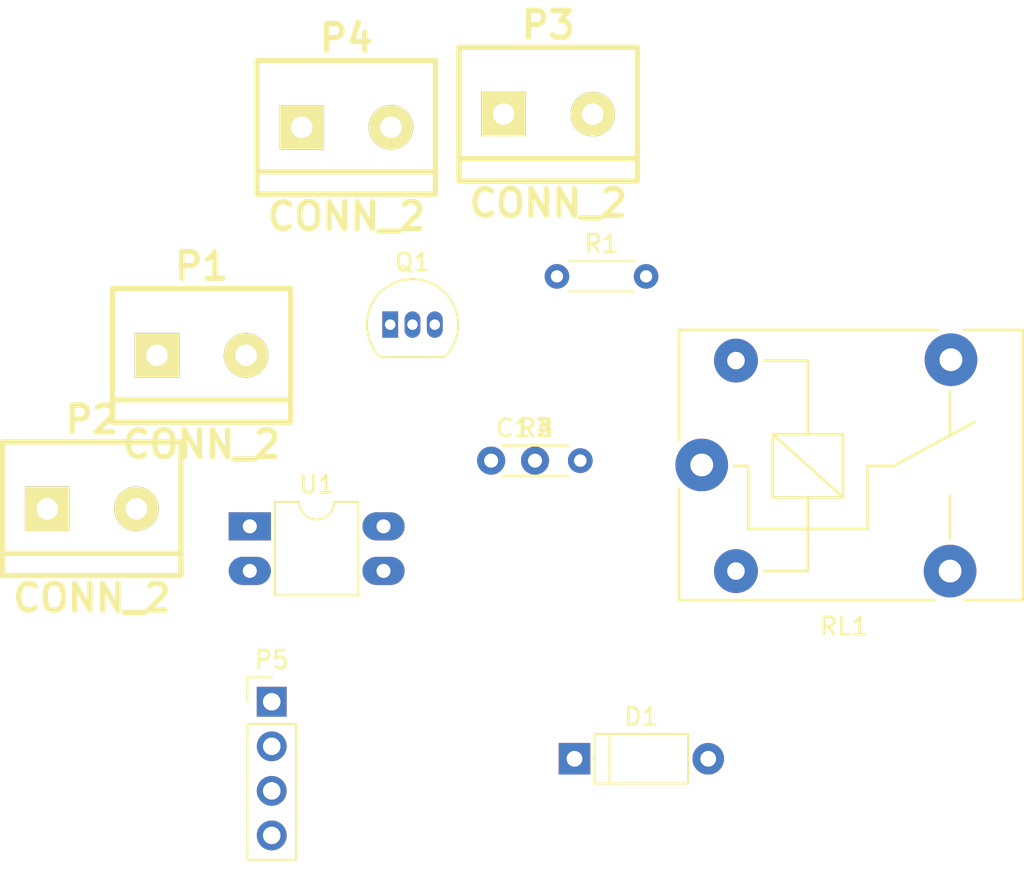
<source format=kicad_pcb>
(kicad_pcb (version 4) (host pcbnew 4.0.5-e0-6337~49~ubuntu16.04.1)

  (general
    (links 18)
    (no_connects 16)
    (area 0 0 0 0)
    (thickness 1.6)
    (drawings 0)
    (tracks 0)
    (zones 0)
    (modules 14)
    (nets 11)
  )

  (page A4)
  (layers
    (0 F.Cu signal)
    (31 B.Cu signal)
    (32 B.Adhes user)
    (33 F.Adhes user)
    (34 B.Paste user)
    (35 F.Paste user)
    (36 B.SilkS user)
    (37 F.SilkS user)
    (38 B.Mask user)
    (39 F.Mask user)
    (40 Dwgs.User user)
    (41 Cmts.User user)
    (42 Eco1.User user)
    (43 Eco2.User user)
    (44 Edge.Cuts user)
    (45 Margin user)
    (46 B.CrtYd user)
    (47 F.CrtYd user)
    (48 B.Fab user)
    (49 F.Fab user)
  )

  (setup
    (last_trace_width 0.25)
    (trace_clearance 0.2)
    (zone_clearance 0.508)
    (zone_45_only no)
    (trace_min 0.2)
    (segment_width 0.2)
    (edge_width 0.15)
    (via_size 0.6)
    (via_drill 0.4)
    (via_min_size 0.4)
    (via_min_drill 0.3)
    (uvia_size 0.3)
    (uvia_drill 0.1)
    (uvias_allowed no)
    (uvia_min_size 0.2)
    (uvia_min_drill 0.1)
    (pcb_text_width 0.3)
    (pcb_text_size 1.5 1.5)
    (mod_edge_width 0.15)
    (mod_text_size 1 1)
    (mod_text_width 0.15)
    (pad_size 1.524 1.524)
    (pad_drill 0.762)
    (pad_to_mask_clearance 0.2)
    (aux_axis_origin 0 0)
    (visible_elements FFFFFF7F)
    (pcbplotparams
      (layerselection 0x00030_80000001)
      (usegerberextensions false)
      (excludeedgelayer true)
      (linewidth 0.100000)
      (plotframeref false)
      (viasonmask false)
      (mode 1)
      (useauxorigin false)
      (hpglpennumber 1)
      (hpglpenspeed 20)
      (hpglpendiameter 15)
      (hpglpenoverlay 2)
      (psnegative false)
      (psa4output false)
      (plotreference true)
      (plotvalue true)
      (plotinvisibletext false)
      (padsonsilk false)
      (subtractmaskfromsilk false)
      (outputformat 1)
      (mirror false)
      (drillshape 1)
      (scaleselection 1)
      (outputdirectory ""))
  )

  (net 0 "")
  (net 1 "Net-(C1-Pad1)")
  (net 2 GND)
  (net 3 +9V)
  (net 4 "Net-(D1-Pad2)")
  (net 5 B0)
  (net 6 "Net-(P4-Pad1)")
  (net 7 "Net-(P4-Pad2)")
  (net 8 opt1)
  (net 9 opt2)
  (net 10 "Net-(R3-Pad1)")

  (net_class Default "This is the default net class."
    (clearance 0.2)
    (trace_width 0.25)
    (via_dia 0.6)
    (via_drill 0.4)
    (uvia_dia 0.3)
    (uvia_drill 0.1)
    (add_net +9V)
    (add_net B0)
    (add_net GND)
    (add_net "Net-(C1-Pad1)")
    (add_net "Net-(D1-Pad2)")
    (add_net "Net-(P4-Pad1)")
    (add_net "Net-(P4-Pad2)")
    (add_net "Net-(R3-Pad1)")
    (add_net opt1)
    (add_net opt2)
  )

  (module Capacitors_ThroughHole:C_Disc_D3.0mm_W1.6mm_P2.50mm (layer F.Cu) (tedit 58765D06) (tstamp 5886EE1E)
    (at 148.5011 105.0036)
    (descr "C, Disc series, Radial, pin pitch=2.50mm, , diameter*width=3.0*1.6mm^2, Capacitor, http://www.vishay.com/docs/45233/krseries.pdf")
    (tags "C Disc series Radial pin pitch 2.50mm  diameter 3.0mm width 1.6mm Capacitor")
    (path /58863D2A)
    (fp_text reference C1 (at 1.25 -1.86) (layer F.SilkS)
      (effects (font (size 1 1) (thickness 0.15)))
    )
    (fp_text value 100nF (at 1.25 1.86) (layer F.Fab)
      (effects (font (size 1 1) (thickness 0.15)))
    )
    (fp_line (start -0.25 -0.8) (end -0.25 0.8) (layer F.Fab) (width 0.1))
    (fp_line (start -0.25 0.8) (end 2.75 0.8) (layer F.Fab) (width 0.1))
    (fp_line (start 2.75 0.8) (end 2.75 -0.8) (layer F.Fab) (width 0.1))
    (fp_line (start 2.75 -0.8) (end -0.25 -0.8) (layer F.Fab) (width 0.1))
    (fp_line (start 0.663 -0.861) (end 1.837 -0.861) (layer F.SilkS) (width 0.12))
    (fp_line (start 0.663 0.861) (end 1.837 0.861) (layer F.SilkS) (width 0.12))
    (fp_line (start -1.05 -1.15) (end -1.05 1.15) (layer F.CrtYd) (width 0.05))
    (fp_line (start -1.05 1.15) (end 3.55 1.15) (layer F.CrtYd) (width 0.05))
    (fp_line (start 3.55 1.15) (end 3.55 -1.15) (layer F.CrtYd) (width 0.05))
    (fp_line (start 3.55 -1.15) (end -1.05 -1.15) (layer F.CrtYd) (width 0.05))
    (pad 1 thru_hole circle (at 0 0) (size 1.6 1.6) (drill 0.8) (layers *.Cu *.Mask)
      (net 1 "Net-(C1-Pad1)"))
    (pad 2 thru_hole circle (at 2.5 0) (size 1.6 1.6) (drill 0.8) (layers *.Cu *.Mask)
      (net 2 GND))
    (model Capacitors_ThroughHole.3dshapes/C_Disc_D3.0mm_W1.6mm_P2.50mm.wrl
      (at (xyz 0 0 0))
      (scale (xyz 0.393701 0.393701 0.393701))
      (rotate (xyz 0 0 0))
    )
  )

  (module Diodes_THT:D_A-405_P7.62mm_Horizontal (layer F.Cu) (tedit 5877C982) (tstamp 5886EE24)
    (at 153.25 122)
    (descr "D, A-405 series, Axial, Horizontal, pin pitch=7.62mm, , length*diameter=5.2*2.7mm^2, , http://www.diodes.com/_files/packages/A-405.pdf")
    (tags "D A-405 series Axial Horizontal pin pitch 7.62mm  length 5.2mm diameter 2.7mm")
    (path /588230CC)
    (fp_text reference D1 (at 3.81 -2.41) (layer F.SilkS)
      (effects (font (size 1 1) (thickness 0.15)))
    )
    (fp_text value 1N60 (at 3.81 2.41) (layer F.Fab)
      (effects (font (size 1 1) (thickness 0.15)))
    )
    (fp_line (start 1.21 -1.35) (end 1.21 1.35) (layer F.Fab) (width 0.1))
    (fp_line (start 1.21 1.35) (end 6.41 1.35) (layer F.Fab) (width 0.1))
    (fp_line (start 6.41 1.35) (end 6.41 -1.35) (layer F.Fab) (width 0.1))
    (fp_line (start 6.41 -1.35) (end 1.21 -1.35) (layer F.Fab) (width 0.1))
    (fp_line (start 0 0) (end 1.21 0) (layer F.Fab) (width 0.1))
    (fp_line (start 7.62 0) (end 6.41 0) (layer F.Fab) (width 0.1))
    (fp_line (start 1.99 -1.35) (end 1.99 1.35) (layer F.Fab) (width 0.1))
    (fp_line (start 1.15 -1.41) (end 1.15 1.41) (layer F.SilkS) (width 0.12))
    (fp_line (start 1.15 1.41) (end 6.47 1.41) (layer F.SilkS) (width 0.12))
    (fp_line (start 6.47 1.41) (end 6.47 -1.41) (layer F.SilkS) (width 0.12))
    (fp_line (start 6.47 -1.41) (end 1.15 -1.41) (layer F.SilkS) (width 0.12))
    (fp_line (start 1.08 0) (end 1.15 0) (layer F.SilkS) (width 0.12))
    (fp_line (start 6.54 0) (end 6.47 0) (layer F.SilkS) (width 0.12))
    (fp_line (start 1.99 -1.41) (end 1.99 1.41) (layer F.SilkS) (width 0.12))
    (fp_line (start -1.15 -1.7) (end -1.15 1.7) (layer F.CrtYd) (width 0.05))
    (fp_line (start -1.15 1.7) (end 8.8 1.7) (layer F.CrtYd) (width 0.05))
    (fp_line (start 8.8 1.7) (end 8.8 -1.7) (layer F.CrtYd) (width 0.05))
    (fp_line (start 8.8 -1.7) (end -1.15 -1.7) (layer F.CrtYd) (width 0.05))
    (pad 1 thru_hole rect (at 0 0) (size 1.8 1.8) (drill 0.9) (layers *.Cu *.Mask)
      (net 3 +9V))
    (pad 2 thru_hole oval (at 7.62 0) (size 1.8 1.8) (drill 0.9) (layers *.Cu *.Mask)
      (net 4 "Net-(D1-Pad2)"))
    (model Diodes_ThroughHole.3dshapes/D_A-405_P7.62mm_Horizontal.wrl
      (at (xyz 0 0 0))
      (scale (xyz 0.393701 0.393701 0.393701))
      (rotate (xyz 0 0 0))
    )
  )

  (module borniers:bornier2_V (layer F.Cu) (tedit 49E32BBC) (tstamp 5886EE2A)
    (at 132 99)
    (descr "Bornier d'alimentation 2 pins")
    (tags DEV)
    (path /58823563)
    (fp_text reference P1 (at 0 -5.08) (layer F.SilkS)
      (effects (font (thickness 0.3048)))
    )
    (fp_text value CONN_2 (at 0 5.08) (layer F.SilkS)
      (effects (font (thickness 0.3048)))
    )
    (fp_line (start 5.08 2.54) (end -5.08 2.54) (layer F.SilkS) (width 0.3048))
    (fp_line (start 5.08 3.81) (end 5.08 -3.81) (layer F.SilkS) (width 0.3048))
    (fp_line (start 5.08 -3.81) (end -5.08 -3.81) (layer F.SilkS) (width 0.3048))
    (fp_line (start -5.08 -3.81) (end -5.08 3.81) (layer F.SilkS) (width 0.3048))
    (fp_line (start -5.08 3.81) (end 5.08 3.81) (layer F.SilkS) (width 0.3048))
    (pad 1 thru_hole rect (at -2.54 0) (size 2.54 2.54) (drill 1.22428) (layers *.Cu *.Mask F.SilkS)
      (net 5 B0))
    (pad 2 thru_hole circle (at 2.54 0) (size 2.54 2.54) (drill 1.22428) (layers *.Cu *.Mask F.SilkS))
    (model borniers/bornier_2.wrl
      (at (xyz 0 0 0))
      (scale (xyz 1 1 1))
      (rotate (xyz 0 0 0))
    )
  )

  (module borniers:bornier2_V (layer F.Cu) (tedit 49E32BBC) (tstamp 5886EE30)
    (at 125.75 107.75)
    (descr "Bornier d'alimentation 2 pins")
    (tags DEV)
    (path /5880FC0E)
    (fp_text reference P2 (at 0 -5.08) (layer F.SilkS)
      (effects (font (thickness 0.3048)))
    )
    (fp_text value CONN_2 (at 0 5.08) (layer F.SilkS)
      (effects (font (thickness 0.3048)))
    )
    (fp_line (start 5.08 2.54) (end -5.08 2.54) (layer F.SilkS) (width 0.3048))
    (fp_line (start 5.08 3.81) (end 5.08 -3.81) (layer F.SilkS) (width 0.3048))
    (fp_line (start 5.08 -3.81) (end -5.08 -3.81) (layer F.SilkS) (width 0.3048))
    (fp_line (start -5.08 -3.81) (end -5.08 3.81) (layer F.SilkS) (width 0.3048))
    (fp_line (start -5.08 3.81) (end 5.08 3.81) (layer F.SilkS) (width 0.3048))
    (pad 1 thru_hole rect (at -2.54 0) (size 2.54 2.54) (drill 1.22428) (layers *.Cu *.Mask F.SilkS)
      (net 5 B0))
    (pad 2 thru_hole circle (at 2.54 0) (size 2.54 2.54) (drill 1.22428) (layers *.Cu *.Mask F.SilkS))
    (model borniers/bornier_2.wrl
      (at (xyz 0 0 0))
      (scale (xyz 1 1 1))
      (rotate (xyz 0 0 0))
    )
  )

  (module borniers:bornier2_V (layer F.Cu) (tedit 49E32BBC) (tstamp 5886EE36)
    (at 151.75 85.25)
    (descr "Bornier d'alimentation 2 pins")
    (tags DEV)
    (path /5880F739)
    (fp_text reference P3 (at 0 -5.08) (layer F.SilkS)
      (effects (font (thickness 0.3048)))
    )
    (fp_text value CONN_2 (at 0 5.08) (layer F.SilkS)
      (effects (font (thickness 0.3048)))
    )
    (fp_line (start 5.08 2.54) (end -5.08 2.54) (layer F.SilkS) (width 0.3048))
    (fp_line (start 5.08 3.81) (end 5.08 -3.81) (layer F.SilkS) (width 0.3048))
    (fp_line (start 5.08 -3.81) (end -5.08 -3.81) (layer F.SilkS) (width 0.3048))
    (fp_line (start -5.08 -3.81) (end -5.08 3.81) (layer F.SilkS) (width 0.3048))
    (fp_line (start -5.08 3.81) (end 5.08 3.81) (layer F.SilkS) (width 0.3048))
    (pad 1 thru_hole rect (at -2.54 0) (size 2.54 2.54) (drill 1.22428) (layers *.Cu *.Mask F.SilkS)
      (net 2 GND))
    (pad 2 thru_hole circle (at 2.54 0) (size 2.54 2.54) (drill 1.22428) (layers *.Cu *.Mask F.SilkS)
      (net 3 +9V))
    (model borniers/bornier_2.wrl
      (at (xyz 0 0 0))
      (scale (xyz 1 1 1))
      (rotate (xyz 0 0 0))
    )
  )

  (module borniers:bornier2_V (layer F.Cu) (tedit 49E32BBC) (tstamp 5886EE3C)
    (at 140.25 86)
    (descr "Bornier d'alimentation 2 pins")
    (tags DEV)
    (path /5880F5AA)
    (fp_text reference P4 (at 0 -5.08) (layer F.SilkS)
      (effects (font (thickness 0.3048)))
    )
    (fp_text value CONN_2 (at 0 5.08) (layer F.SilkS)
      (effects (font (thickness 0.3048)))
    )
    (fp_line (start 5.08 2.54) (end -5.08 2.54) (layer F.SilkS) (width 0.3048))
    (fp_line (start 5.08 3.81) (end 5.08 -3.81) (layer F.SilkS) (width 0.3048))
    (fp_line (start 5.08 -3.81) (end -5.08 -3.81) (layer F.SilkS) (width 0.3048))
    (fp_line (start -5.08 -3.81) (end -5.08 3.81) (layer F.SilkS) (width 0.3048))
    (fp_line (start -5.08 3.81) (end 5.08 3.81) (layer F.SilkS) (width 0.3048))
    (pad 1 thru_hole rect (at -2.54 0) (size 2.54 2.54) (drill 1.22428) (layers *.Cu *.Mask F.SilkS)
      (net 6 "Net-(P4-Pad1)"))
    (pad 2 thru_hole circle (at 2.54 0) (size 2.54 2.54) (drill 1.22428) (layers *.Cu *.Mask F.SilkS)
      (net 7 "Net-(P4-Pad2)"))
    (model borniers/bornier_2.wrl
      (at (xyz 0 0 0))
      (scale (xyz 1 1 1))
      (rotate (xyz 0 0 0))
    )
  )

  (module Pin_Headers:Pin_Header_Straight_1x04_Pitch2.54mm (layer F.Cu) (tedit 5862ED52) (tstamp 5886EE44)
    (at 136 118.75)
    (descr "Through hole straight pin header, 1x04, 2.54mm pitch, single row")
    (tags "Through hole pin header THT 1x04 2.54mm single row")
    (path /5886EE02)
    (fp_text reference P5 (at 0 -2.39) (layer F.SilkS)
      (effects (font (size 1 1) (thickness 0.15)))
    )
    (fp_text value CONN_4 (at 0 10.01) (layer F.Fab)
      (effects (font (size 1 1) (thickness 0.15)))
    )
    (fp_line (start -1.27 -1.27) (end -1.27 8.89) (layer F.Fab) (width 0.1))
    (fp_line (start -1.27 8.89) (end 1.27 8.89) (layer F.Fab) (width 0.1))
    (fp_line (start 1.27 8.89) (end 1.27 -1.27) (layer F.Fab) (width 0.1))
    (fp_line (start 1.27 -1.27) (end -1.27 -1.27) (layer F.Fab) (width 0.1))
    (fp_line (start -1.39 1.27) (end -1.39 9.01) (layer F.SilkS) (width 0.12))
    (fp_line (start -1.39 9.01) (end 1.39 9.01) (layer F.SilkS) (width 0.12))
    (fp_line (start 1.39 9.01) (end 1.39 1.27) (layer F.SilkS) (width 0.12))
    (fp_line (start 1.39 1.27) (end -1.39 1.27) (layer F.SilkS) (width 0.12))
    (fp_line (start -1.39 0) (end -1.39 -1.39) (layer F.SilkS) (width 0.12))
    (fp_line (start -1.39 -1.39) (end 0 -1.39) (layer F.SilkS) (width 0.12))
    (fp_line (start -1.6 -1.6) (end -1.6 9.2) (layer F.CrtYd) (width 0.05))
    (fp_line (start -1.6 9.2) (end 1.6 9.2) (layer F.CrtYd) (width 0.05))
    (fp_line (start 1.6 9.2) (end 1.6 -1.6) (layer F.CrtYd) (width 0.05))
    (fp_line (start 1.6 -1.6) (end -1.6 -1.6) (layer F.CrtYd) (width 0.05))
    (pad 1 thru_hole rect (at 0 0) (size 1.7 1.7) (drill 1) (layers *.Cu *.Mask)
      (net 3 +9V))
    (pad 2 thru_hole oval (at 0 2.54) (size 1.7 1.7) (drill 1) (layers *.Cu *.Mask)
      (net 8 opt1))
    (pad 3 thru_hole oval (at 0 5.08) (size 1.7 1.7) (drill 1) (layers *.Cu *.Mask)
      (net 9 opt2))
    (pad 4 thru_hole oval (at 0 7.62) (size 1.7 1.7) (drill 1) (layers *.Cu *.Mask))
    (model Pin_Headers.3dshapes/Pin_Header_Straight_1x04_Pitch2.54mm.wrl
      (at (xyz 0 -0.15 0))
      (scale (xyz 1 1 1))
      (rotate (xyz 0 0 90))
    )
  )

  (module TO_SOT_Packages_THT:TO-92_Inline_Narrow_Oval (layer F.Cu) (tedit 58610929) (tstamp 5886EE4B)
    (at 142.75 97.25)
    (descr "TO-92 leads in-line, narrow, oval pads, drill 0.6mm (see NXP sot054_po.pdf)")
    (tags "to-92 sc-43 sc-43a sot54 PA33 transistor")
    (path /5880E777)
    (fp_text reference Q1 (at 1.27 -3.556) (layer F.SilkS)
      (effects (font (size 1 1) (thickness 0.15)))
    )
    (fp_text value BD578 (at 1.27 2.794) (layer F.Fab)
      (effects (font (size 1 1) (thickness 0.15)))
    )
    (fp_line (start -1.65 -2.9) (end 4.15 -2.9) (layer F.CrtYd) (width 0.05))
    (fp_line (start 4.15 -2.9) (end 4.15 2.2) (layer F.CrtYd) (width 0.05))
    (fp_line (start 4.15 2.2) (end -1.65 2.2) (layer F.CrtYd) (width 0.05))
    (fp_line (start -1.65 2.2) (end -1.65 -2.9) (layer F.CrtYd) (width 0.05))
    (fp_line (start -0.53 1.85) (end 3.07 1.85) (layer F.SilkS) (width 0.12))
    (fp_line (start -0.5 1.75) (end 3 1.75) (layer F.Fab) (width 0.1))
    (fp_arc (start 1.27 0) (end 1.27 -2.48) (angle 135) (layer F.Fab) (width 0.1))
    (fp_arc (start 1.27 0) (end 1.27 -2.6) (angle -135) (layer F.SilkS) (width 0.12))
    (fp_arc (start 1.27 0) (end 1.27 -2.48) (angle -135) (layer F.Fab) (width 0.1))
    (fp_arc (start 1.27 0) (end 1.27 -2.6) (angle 135) (layer F.SilkS) (width 0.12))
    (pad 2 thru_hole oval (at 1.27 0 180) (size 0.89916 1.50114) (drill 0.6) (layers *.Cu *.Mask)
      (net 1 "Net-(C1-Pad1)"))
    (pad 3 thru_hole oval (at 2.54 0 180) (size 0.89916 1.50114) (drill 0.6) (layers *.Cu *.Mask)
      (net 4 "Net-(D1-Pad2)"))
    (pad 1 thru_hole rect (at 0 0 180) (size 0.89916 1.50114) (drill 0.6) (layers *.Cu *.Mask)
      (net 2 GND))
    (model TO_SOT_Packages_THT.3dshapes/TO-92_Inline_Narrow_Oval.wrl
      (at (xyz 0.05 0 0))
      (scale (xyz 1 1 1))
      (rotate (xyz 0 0 -90))
    )
  )

  (module Resistors_ThroughHole:R_Axial_DIN0204_L3.6mm_D1.6mm_P5.08mm_Horizontal (layer F.Cu) (tedit 5874F706) (tstamp 5886EE51)
    (at 152.25 94.5)
    (descr "Resistor, Axial_DIN0204 series, Axial, Horizontal, pin pitch=5.08mm, 0.16666666666666666W = 1/6W, length*diameter=3.6*1.6mm^2, http://cdn-reichelt.de/documents/datenblatt/B400/1_4W%23YAG.pdf")
    (tags "Resistor Axial_DIN0204 series Axial Horizontal pin pitch 5.08mm 0.16666666666666666W = 1/6W length 3.6mm diameter 1.6mm")
    (path /5885BB2E)
    (fp_text reference R1 (at 2.54 -1.86) (layer F.SilkS)
      (effects (font (size 1 1) (thickness 0.15)))
    )
    (fp_text value 10k (at 2.54 1.86) (layer F.Fab)
      (effects (font (size 1 1) (thickness 0.15)))
    )
    (fp_line (start 0.74 -0.8) (end 0.74 0.8) (layer F.Fab) (width 0.1))
    (fp_line (start 0.74 0.8) (end 4.34 0.8) (layer F.Fab) (width 0.1))
    (fp_line (start 4.34 0.8) (end 4.34 -0.8) (layer F.Fab) (width 0.1))
    (fp_line (start 4.34 -0.8) (end 0.74 -0.8) (layer F.Fab) (width 0.1))
    (fp_line (start 0 0) (end 0.74 0) (layer F.Fab) (width 0.1))
    (fp_line (start 5.08 0) (end 4.34 0) (layer F.Fab) (width 0.1))
    (fp_line (start 0.68 -0.86) (end 4.4 -0.86) (layer F.SilkS) (width 0.12))
    (fp_line (start 0.68 0.86) (end 4.4 0.86) (layer F.SilkS) (width 0.12))
    (fp_line (start -0.95 -1.15) (end -0.95 1.15) (layer F.CrtYd) (width 0.05))
    (fp_line (start -0.95 1.15) (end 6.05 1.15) (layer F.CrtYd) (width 0.05))
    (fp_line (start 6.05 1.15) (end 6.05 -1.15) (layer F.CrtYd) (width 0.05))
    (fp_line (start 6.05 -1.15) (end -0.95 -1.15) (layer F.CrtYd) (width 0.05))
    (pad 1 thru_hole circle (at 0 0) (size 1.4 1.4) (drill 0.7) (layers *.Cu *.Mask)
      (net 2 GND))
    (pad 2 thru_hole oval (at 5.08 0) (size 1.4 1.4) (drill 0.7) (layers *.Cu *.Mask)
      (net 9 opt2))
    (model Resistors_ThroughHole.3dshapes/R_Axial_DIN0204_L3.6mm_D1.6mm_P5.08mm_Horizontal.wrl
      (at (xyz 0 0 0))
      (scale (xyz 0.393701 0.393701 0.393701))
      (rotate (xyz 0 0 0))
    )
  )

  (module Resistors_ThroughHole:R_Axial_DIN0204_L3.6mm_D1.6mm_P5.08mm_Horizontal (layer F.Cu) (tedit 5874F706) (tstamp 5886EE57)
    (at 148.5011 105.0036)
    (descr "Resistor, Axial_DIN0204 series, Axial, Horizontal, pin pitch=5.08mm, 0.16666666666666666W = 1/6W, length*diameter=3.6*1.6mm^2, http://cdn-reichelt.de/documents/datenblatt/B400/1_4W%23YAG.pdf")
    (tags "Resistor Axial_DIN0204 series Axial Horizontal pin pitch 5.08mm 0.16666666666666666W = 1/6W length 3.6mm diameter 1.6mm")
    (path /5885BA2E)
    (fp_text reference R2 (at 2.54 -1.86) (layer F.SilkS)
      (effects (font (size 1 1) (thickness 0.15)))
    )
    (fp_text value 10k (at 2.54 1.86) (layer F.Fab)
      (effects (font (size 1 1) (thickness 0.15)))
    )
    (fp_line (start 0.74 -0.8) (end 0.74 0.8) (layer F.Fab) (width 0.1))
    (fp_line (start 0.74 0.8) (end 4.34 0.8) (layer F.Fab) (width 0.1))
    (fp_line (start 4.34 0.8) (end 4.34 -0.8) (layer F.Fab) (width 0.1))
    (fp_line (start 4.34 -0.8) (end 0.74 -0.8) (layer F.Fab) (width 0.1))
    (fp_line (start 0 0) (end 0.74 0) (layer F.Fab) (width 0.1))
    (fp_line (start 5.08 0) (end 4.34 0) (layer F.Fab) (width 0.1))
    (fp_line (start 0.68 -0.86) (end 4.4 -0.86) (layer F.SilkS) (width 0.12))
    (fp_line (start 0.68 0.86) (end 4.4 0.86) (layer F.SilkS) (width 0.12))
    (fp_line (start -0.95 -1.15) (end -0.95 1.15) (layer F.CrtYd) (width 0.05))
    (fp_line (start -0.95 1.15) (end 6.05 1.15) (layer F.CrtYd) (width 0.05))
    (fp_line (start 6.05 1.15) (end 6.05 -1.15) (layer F.CrtYd) (width 0.05))
    (fp_line (start 6.05 -1.15) (end -0.95 -1.15) (layer F.CrtYd) (width 0.05))
    (pad 1 thru_hole circle (at 0 0) (size 1.4 1.4) (drill 0.7) (layers *.Cu *.Mask)
      (net 2 GND))
    (pad 2 thru_hole oval (at 5.08 0) (size 1.4 1.4) (drill 0.7) (layers *.Cu *.Mask)
      (net 8 opt1))
    (model Resistors_ThroughHole.3dshapes/R_Axial_DIN0204_L3.6mm_D1.6mm_P5.08mm_Horizontal.wrl
      (at (xyz 0 0 0))
      (scale (xyz 0.393701 0.393701 0.393701))
      (rotate (xyz 0 0 0))
    )
  )

  (module Resistors_ThroughHole:R_Axial_DIN0204_L3.6mm_D1.6mm_P5.08mm_Horizontal (layer F.Cu) (tedit 5874F706) (tstamp 5886EE5D)
    (at 148.5011 105.0036)
    (descr "Resistor, Axial_DIN0204 series, Axial, Horizontal, pin pitch=5.08mm, 0.16666666666666666W = 1/6W, length*diameter=3.6*1.6mm^2, http://cdn-reichelt.de/documents/datenblatt/B400/1_4W%23YAG.pdf")
    (tags "Resistor Axial_DIN0204 series Axial Horizontal pin pitch 5.08mm 0.16666666666666666W = 1/6W length 3.6mm diameter 1.6mm")
    (path /5880F69B)
    (fp_text reference R3 (at 2.54 -1.86) (layer F.SilkS)
      (effects (font (size 1 1) (thickness 0.15)))
    )
    (fp_text value 330R (at 2.54 1.86) (layer F.Fab)
      (effects (font (size 1 1) (thickness 0.15)))
    )
    (fp_line (start 0.74 -0.8) (end 0.74 0.8) (layer F.Fab) (width 0.1))
    (fp_line (start 0.74 0.8) (end 4.34 0.8) (layer F.Fab) (width 0.1))
    (fp_line (start 4.34 0.8) (end 4.34 -0.8) (layer F.Fab) (width 0.1))
    (fp_line (start 4.34 -0.8) (end 0.74 -0.8) (layer F.Fab) (width 0.1))
    (fp_line (start 0 0) (end 0.74 0) (layer F.Fab) (width 0.1))
    (fp_line (start 5.08 0) (end 4.34 0) (layer F.Fab) (width 0.1))
    (fp_line (start 0.68 -0.86) (end 4.4 -0.86) (layer F.SilkS) (width 0.12))
    (fp_line (start 0.68 0.86) (end 4.4 0.86) (layer F.SilkS) (width 0.12))
    (fp_line (start -0.95 -1.15) (end -0.95 1.15) (layer F.CrtYd) (width 0.05))
    (fp_line (start -0.95 1.15) (end 6.05 1.15) (layer F.CrtYd) (width 0.05))
    (fp_line (start 6.05 1.15) (end 6.05 -1.15) (layer F.CrtYd) (width 0.05))
    (fp_line (start 6.05 -1.15) (end -0.95 -1.15) (layer F.CrtYd) (width 0.05))
    (pad 1 thru_hole circle (at 0 0) (size 1.4 1.4) (drill 0.7) (layers *.Cu *.Mask)
      (net 10 "Net-(R3-Pad1)"))
    (pad 2 thru_hole oval (at 5.08 0) (size 1.4 1.4) (drill 0.7) (layers *.Cu *.Mask)
      (net 6 "Net-(P4-Pad1)"))
    (model Resistors_ThroughHole.3dshapes/R_Axial_DIN0204_L3.6mm_D1.6mm_P5.08mm_Horizontal.wrl
      (at (xyz 0 0 0))
      (scale (xyz 0.393701 0.393701 0.393701))
      (rotate (xyz 0 0 0))
    )
  )

  (module Resistors_ThroughHole:R_Axial_DIN0204_L3.6mm_D1.6mm_P5.08mm_Horizontal (layer F.Cu) (tedit 5874F706) (tstamp 5886EE63)
    (at 148.5011 105.0036)
    (descr "Resistor, Axial_DIN0204 series, Axial, Horizontal, pin pitch=5.08mm, 0.16666666666666666W = 1/6W, length*diameter=3.6*1.6mm^2, http://cdn-reichelt.de/documents/datenblatt/B400/1_4W%23YAG.pdf")
    (tags "Resistor Axial_DIN0204 series Axial Horizontal pin pitch 5.08mm 0.16666666666666666W = 1/6W length 3.6mm diameter 1.6mm")
    (path /5880FA3D)
    (fp_text reference R4 (at 2.54 -1.86) (layer F.SilkS)
      (effects (font (size 1 1) (thickness 0.15)))
    )
    (fp_text value 6.8k (at 2.54 1.86) (layer F.Fab)
      (effects (font (size 1 1) (thickness 0.15)))
    )
    (fp_line (start 0.74 -0.8) (end 0.74 0.8) (layer F.Fab) (width 0.1))
    (fp_line (start 0.74 0.8) (end 4.34 0.8) (layer F.Fab) (width 0.1))
    (fp_line (start 4.34 0.8) (end 4.34 -0.8) (layer F.Fab) (width 0.1))
    (fp_line (start 4.34 -0.8) (end 0.74 -0.8) (layer F.Fab) (width 0.1))
    (fp_line (start 0 0) (end 0.74 0) (layer F.Fab) (width 0.1))
    (fp_line (start 5.08 0) (end 4.34 0) (layer F.Fab) (width 0.1))
    (fp_line (start 0.68 -0.86) (end 4.4 -0.86) (layer F.SilkS) (width 0.12))
    (fp_line (start 0.68 0.86) (end 4.4 0.86) (layer F.SilkS) (width 0.12))
    (fp_line (start -0.95 -1.15) (end -0.95 1.15) (layer F.CrtYd) (width 0.05))
    (fp_line (start -0.95 1.15) (end 6.05 1.15) (layer F.CrtYd) (width 0.05))
    (fp_line (start 6.05 1.15) (end 6.05 -1.15) (layer F.CrtYd) (width 0.05))
    (fp_line (start 6.05 -1.15) (end -0.95 -1.15) (layer F.CrtYd) (width 0.05))
    (pad 1 thru_hole circle (at 0 0) (size 1.4 1.4) (drill 0.7) (layers *.Cu *.Mask)
      (net 1 "Net-(C1-Pad1)"))
    (pad 2 thru_hole oval (at 5.08 0) (size 1.4 1.4) (drill 0.7) (layers *.Cu *.Mask)
      (net 8 opt1))
    (model Resistors_ThroughHole.3dshapes/R_Axial_DIN0204_L3.6mm_D1.6mm_P5.08mm_Horizontal.wrl
      (at (xyz 0 0 0))
      (scale (xyz 0.393701 0.393701 0.393701))
      (rotate (xyz 0 0 0))
    )
  )

  (module Relays_THT:Relay_SANYOU_SRD_Series_Form_C (layer F.Cu) (tedit 5418D3EA) (tstamp 5886EE6C)
    (at 160.5 105.25)
    (descr "relay, Sanyou SRD series Form C")
    (path /58822F34)
    (fp_text reference RL1 (at 8.1 9.2) (layer F.SilkS)
      (effects (font (size 1 1) (thickness 0.15)))
    )
    (fp_text value FINDER-36.11.4001 (at 8 -9.6) (layer F.Fab)
      (effects (font (size 1 1) (thickness 0.15)))
    )
    (fp_line (start 15 7.7) (end 18.3 7.7) (layer F.SilkS) (width 0.15))
    (fp_line (start 18.3 7.7) (end 18.3 -7.7) (layer F.SilkS) (width 0.15))
    (fp_line (start 18.3 -7.7) (end 14.95 -7.7) (layer F.SilkS) (width 0.15))
    (fp_line (start -1.3 1.35) (end -1.3 7.7) (layer F.SilkS) (width 0.15))
    (fp_line (start -1.3 7.7) (end 13.25 7.7) (layer F.SilkS) (width 0.15))
    (fp_line (start -1.3 -1.4) (end -1.3 -7.7) (layer F.SilkS) (width 0.15))
    (fp_line (start -1.3 -7.7) (end 13.45 -7.7) (layer F.SilkS) (width 0.15))
    (fp_line (start -1.3 -7.65) (end -1.3 -1.4) (layer F.SilkS) (width 0.15))
    (fp_line (start 14.15 4.2) (end 14.15 1.75) (layer F.SilkS) (width 0.15))
    (fp_line (start 14.15 -4.2) (end 14.15 -1.7) (layer F.SilkS) (width 0.15))
    (fp_line (start 3.55 6.05) (end 6.05 6.05) (layer F.SilkS) (width 0.15))
    (fp_line (start 2.65 0.05) (end 1.85 0.05) (layer F.SilkS) (width 0.15))
    (fp_line (start 6.05 -5.95) (end 3.55 -5.95) (layer F.SilkS) (width 0.15))
    (fp_line (start 9.45 0.05) (end 10.95 0.05) (layer F.SilkS) (width 0.15))
    (fp_line (start 10.95 0.05) (end 15.55 -2.45) (layer F.SilkS) (width 0.15))
    (fp_line (start 9.45 3.65) (end 2.65 3.65) (layer F.SilkS) (width 0.15))
    (fp_line (start 9.45 0.05) (end 9.45 3.65) (layer F.SilkS) (width 0.15))
    (fp_line (start 2.65 0.05) (end 2.65 3.65) (layer F.SilkS) (width 0.15))
    (fp_line (start 6.05 -5.95) (end 6.05 -1.75) (layer F.SilkS) (width 0.15))
    (fp_line (start 6.05 1.85) (end 6.05 6.05) (layer F.SilkS) (width 0.15))
    (fp_line (start 8.05 1.85) (end 4.05 -1.75) (layer F.SilkS) (width 0.15))
    (fp_line (start 4.05 1.85) (end 4.05 -1.75) (layer F.SilkS) (width 0.15))
    (fp_line (start 4.05 -1.75) (end 8.05 -1.75) (layer F.SilkS) (width 0.15))
    (fp_line (start 8.05 -1.75) (end 8.05 1.85) (layer F.SilkS) (width 0.15))
    (fp_line (start 8.05 1.85) (end 4.05 1.85) (layer F.SilkS) (width 0.15))
    (pad 2 thru_hole circle (at 1.95 6.05 90) (size 2.5 2.5) (drill 1) (layers *.Cu *.Mask))
    (pad 3 thru_hole circle (at 14.15 6.05 90) (size 3 3) (drill 1.3) (layers *.Cu *.Mask))
    (pad 4 thru_hole circle (at 14.2 -6 90) (size 3 3) (drill 1.3) (layers *.Cu *.Mask))
    (pad 5 thru_hole circle (at 1.95 -5.95 90) (size 2.5 2.5) (drill 1) (layers *.Cu *.Mask))
    (pad 1 thru_hole circle (at 0 0 90) (size 3 3) (drill 1.3) (layers *.Cu *.Mask))
    (model Relays_ThroughHole.3dshapes/Relay_SANYOU_SRD_Series_Form_C.wrl
      (at (xyz 0 0 0))
      (scale (xyz 1 1 1))
      (rotate (xyz 0 0 0))
    )
  )

  (module Housings_DIP:DIP-4_W7.62mm_LongPads (layer F.Cu) (tedit 586281B4) (tstamp 5886EE74)
    (at 134.75 108.75)
    (descr "4-lead dip package, row spacing 7.62 mm (300 mils), LongPads")
    (tags "DIL DIP PDIP 2.54mm 7.62mm 300mil LongPads")
    (path /5880F4B2)
    (fp_text reference U1 (at 3.81 -2.39) (layer F.SilkS)
      (effects (font (size 1 1) (thickness 0.15)))
    )
    (fp_text value PC817 (at 3.81 4.93) (layer F.Fab)
      (effects (font (size 1 1) (thickness 0.15)))
    )
    (fp_arc (start 3.81 -1.39) (end 2.81 -1.39) (angle -180) (layer F.SilkS) (width 0.12))
    (fp_line (start 1.635 -1.27) (end 6.985 -1.27) (layer F.Fab) (width 0.1))
    (fp_line (start 6.985 -1.27) (end 6.985 3.81) (layer F.Fab) (width 0.1))
    (fp_line (start 6.985 3.81) (end 0.635 3.81) (layer F.Fab) (width 0.1))
    (fp_line (start 0.635 3.81) (end 0.635 -0.27) (layer F.Fab) (width 0.1))
    (fp_line (start 0.635 -0.27) (end 1.635 -1.27) (layer F.Fab) (width 0.1))
    (fp_line (start 2.81 -1.39) (end 1.44 -1.39) (layer F.SilkS) (width 0.12))
    (fp_line (start 1.44 -1.39) (end 1.44 3.93) (layer F.SilkS) (width 0.12))
    (fp_line (start 1.44 3.93) (end 6.18 3.93) (layer F.SilkS) (width 0.12))
    (fp_line (start 6.18 3.93) (end 6.18 -1.39) (layer F.SilkS) (width 0.12))
    (fp_line (start 6.18 -1.39) (end 4.81 -1.39) (layer F.SilkS) (width 0.12))
    (fp_line (start -1.5 -1.6) (end -1.5 4.1) (layer F.CrtYd) (width 0.05))
    (fp_line (start -1.5 4.1) (end 9.1 4.1) (layer F.CrtYd) (width 0.05))
    (fp_line (start 9.1 4.1) (end 9.1 -1.6) (layer F.CrtYd) (width 0.05))
    (fp_line (start 9.1 -1.6) (end -1.5 -1.6) (layer F.CrtYd) (width 0.05))
    (pad 1 thru_hole rect (at 0 0) (size 2.4 1.6) (drill 0.8) (layers *.Cu *.Mask)
      (net 7 "Net-(P4-Pad2)"))
    (pad 3 thru_hole oval (at 7.62 2.54) (size 2.4 1.6) (drill 0.8) (layers *.Cu *.Mask)
      (net 8 opt1))
    (pad 2 thru_hole oval (at 0 2.54) (size 2.4 1.6) (drill 0.8) (layers *.Cu *.Mask)
      (net 10 "Net-(R3-Pad1)"))
    (pad 4 thru_hole oval (at 7.62 0) (size 2.4 1.6) (drill 0.8) (layers *.Cu *.Mask)
      (net 9 opt2))
    (model Housings_DIP.3dshapes/DIP-4_W7.62mm_LongPads.wrl
      (at (xyz 0 0 0))
      (scale (xyz 1 1 1))
      (rotate (xyz 0 0 0))
    )
  )

)

</source>
